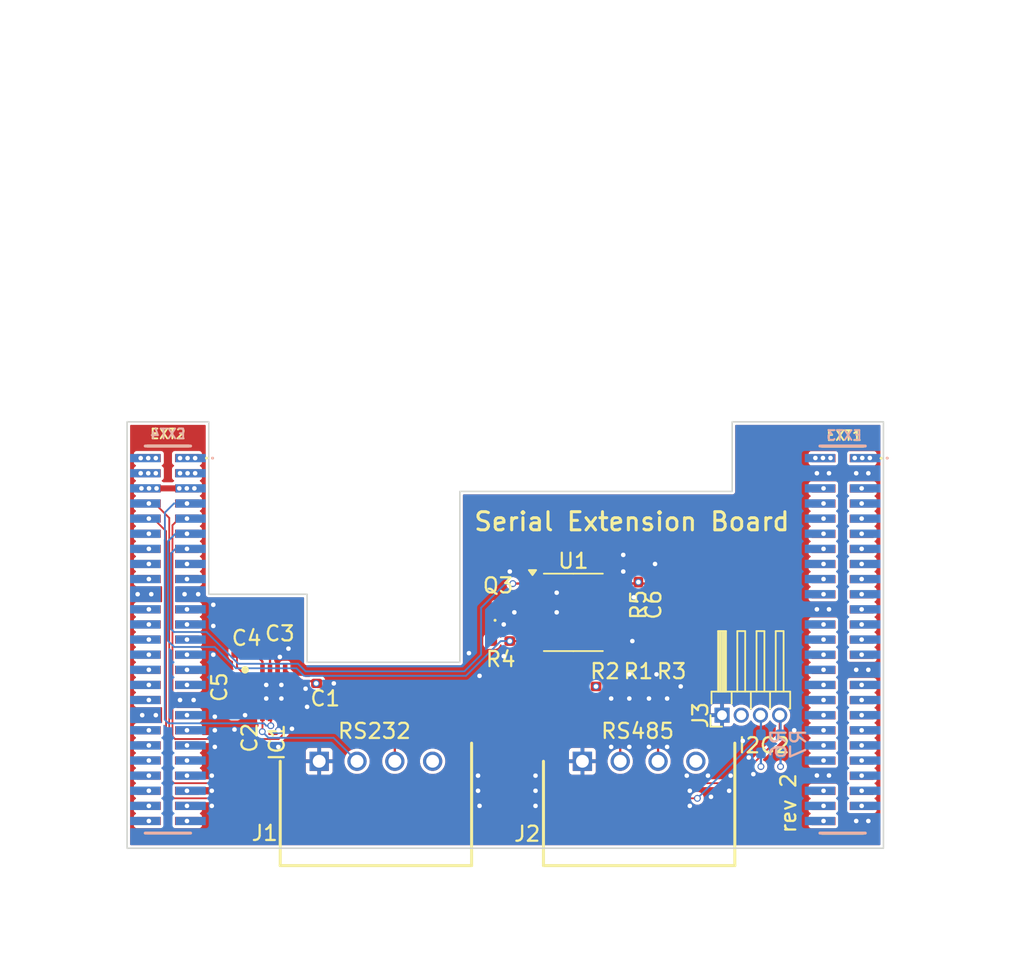
<source format=kicad_pcb>
(kicad_pcb (version 20241229) (generator "pcbnew") (generator_version "9.0")
  (title_block (title "serial-extension") (date "2025-02-20") (rev "2") (company "Institute of Technical Chemistry - Leibniz University Hannover") (comment 1 "JLC04161H-7628"))
  (layers (0 "F.Cu" signal) (4 "In1.Cu" power "GND.Cu") (6 "In2.Cu" power "VCC.Cu") (2 "B.Cu" signal) (13 "F.Paste" user) (15 "B.Paste" user) (5 "F.SilkS" user "F.Silkscreen") (7 "B.SilkS" user "B.Silkscreen") (1 "F.Mask" user) (3 "B.Mask" user) (25 "Edge.Cuts" user))
  (net 0 "")
  (net 1 "/connector/UART_M7.TXD")
  (net 2 "+3V3_SW")
  (net 3 "/connector/GPIO1.IO07{slash}CSI2_CTRL2")
  (net 4 "/connector/PCIe.RXN-")
  (net 5 "/connector/GPIO1.IO14{slash}PCIe_nW_DISABLE")
  (net 6 "/connector/UART3.RXD")
  (net 7 "/connector/GPIO1.IO01{slash}CSI1_CTRL2")
  (net 8 "/connector/I2C4.SDA")
  (net 9 "/connector/GPIO1.IO10{slash}PCIe_nWAKE")
  (net 10 "/connector/UART2.TXD")
  (net 11 "GND")
  (net 12 "/connector/I2C3.SDA")
  (net 13 "/connector/PCIe.TXN+")
  (net 14 "+5V_SW")
  (net 15 "/connector/GPIO1.IO03{slash}CSI1_CTRL3")
  (net 16 "/connector/UART2.RXD")
  (net 17 "/connector/PCIe.CLK-")
  (net 18 "/connector/GPIO1.nETH1_INT{slash}IO15")
  (net 19 "/connector/PCIe.RXN+")
  (net 20 "/connector/I2C3.SCL")
  (net 21 "/connector/GPIO1.IO12{slash}USB1_OTG_PWR")
  (net 22 "Net-(IC1-V-)")
  (net 23 "/connector/PCIe.TXN-")
  (net 24 "/connector/I2C2.SCL")
  (net 25 "/connector/GPIO1.IO09{slash}LVDS1REG_EN")
  (net 26 "/connector/PCIe.CLK+")
  (net 27 "/connector/UART_M7.RXD")
  (net 28 "/connector/GPIO1.IO08{slash}PCIe_nPERST")
  (net 29 "/connector/I2C2.SDA")
  (net 30 "/connector/~{PWR_READY}")
  (net 31 "/connector/GPIO1.IO00{slash}CSI1_CTRL1")
  (net 32 "/connector/GPIO1.IO13{slash}USB1_OTG_OC")
  (net 33 "/connector/GPIO1.IO06{slash}CSI2_CTRL1")
  (net 34 "/connector/I2C4.SCL")
  (net 35 "/connector/GPIO1.IO11{slash}PCIe_nCLKREQ")
  (net 36 "/connector/UART3.TXD")
  (net 37 "/connector/LVDS0.D3+")
  (net 38 "/connector/SD2.CMD")
  (net 39 "/connector/SD1.CLK")
  (net 40 "/connector/SD1.D3")
  (net 41 "/connector/ECSPI1.SCLK")
  (net 42 "/connector/SD1.STROBE")
  (net 43 "/connector/LVDS0.D0+")
  (net 44 "/connector/LVDS0.D2-")
  (net 45 "/connector/ECSPI1.MOSI")
  (net 46 "/connector/SD2.VDD_SW")
  (net 47 "/connector/SD1.D5")
  (net 48 "/connector/ECSPI2.SS0")
  (net 49 "/connector/LVDS0.CLK+")
  (net 50 "/connector/SD2.D1")
  (net 51 "/connector/LVDS0.CLK-")
  (net 52 "/connector/CAN1.TX")
  (net 53 "/connector/CAN1.RX")
  (net 54 "/connector/SD1.D6")
  (net 55 "/connector/SD2.D0")
  (net 56 "/connector/ECSPI2.MOSI")
  (net 57 "/connector/SD1.RESET")
  (net 58 "/connector/SD2.D2")
  (net 59 "/connector/SD2.~{CD}")
  (net 60 "/connector/ECSPI1.MISO")
  (net 61 "/connector/SD1.CMD")
  (net 62 "/connector/CAN1.EN")
  (net 63 "/connector/ECSPI2.MISO")
  (net 64 "/connector/SD2.WP")
  (net 65 "/connector/SD1.D0")
  (net 66 "/connector/SD1.D1")
  (net 67 "/connector/SD1.D2")
  (net 68 "/connector/SD1.D7")
  (net 69 "/connector/LVDS0.D1+")
  (net 70 "/connector/SD2.D3")
  (net 71 "/connector/ECSPI2.SCLK")
  (net 72 "/connector/LVDS0.D3-")
  (net 73 "/connector/LVDS0.D1-")
  (net 74 "/connector/LVDS0.D2+")
  (net 75 "/connector/SD1.D4")
  (net 76 "/connector/SD2.CLK")
  (net 77 "/connector/LVDS0.D0-")
  (net 78 "/connector/ECSPI1.SS0")
  (net 79 "Net-(IC1-V+)")
  (net 80 "Net-(IC1-C1-)")
  (net 81 "Net-(IC1-C1+)")
  (net 82 "Net-(IC1-C2-)")
  (net 83 "Net-(IC1-C2+)")
  (net 84 "/connector/USB_VBUS")
  (net 85 "/connector/USB.TX-")
  (net 86 "/connector/USB.D+")
  (net 87 "/connector/USB.D-")
  (net 88 "/connector/USB.RX-")
  (net 89 "/connector/USB.RX+")
  (net 90 "/connector/USB.TX+")
  (net 92 "/serial/RIN")
  (net 93 "/serial/DOUT")
  (net 94 "Net-(U1-B)")
  (net 95 "Net-(U1-A)")
  (net 96 "Net-(Q3-G)")
  (net 97 "Net-(Q3-D)")
  (net 98 "/connector/~{EXT_RST}")
  (footprint "extras:1MMRD25VS00FTBP" (layer "F.Cu") (at 102.3 98.1 90)
    (property "Reference" "EXT2")
    (property "Value" "1MM-R-D25-VS-00-F-TBP" (hide yes))
  )
  (footprint "extras:C_0402" (layer "F.Cu") (at 112.7 101)
    (property "Reference" "C1")
    (property "Value" "100n")
  )
  (footprint "extras:C_0402" (layer "F.Cu") (at 106.7 103.45 -90)
    (property "Reference" "C2")
    (property "Value" "100n")
  )
  (footprint "extras:C_0402" (layer "F.Cu") (at 109.7 98.7)
    (property "Reference" "C3")
    (property "Value" "100n")
  )
  (footprint "Connector_PinHeader_1.27mm:PinHeader_1x04_P1.27mm_Horizontal" (layer "F.Cu") (at 138.93 103.1 90)
    (property "Reference" "J3")
    (property "Value" "Conn_01x04")
  )
  (footprint "extras:C_0402" (layer "F.Cu") (at 107.4325 99 180)
    (property "Reference" "C4")
    (property "Value" "100n")
  )
  (footprint "extras:R_0402" (layer "F.Cu") (at 131.1975 101.2 180)
    (property "Reference" "R2")
    (property "Value" "10k")
  )
  (footprint "extras:DMN1260UFA7B" (layer "F.Cu") (at 124.125 96.225)
    (property "Reference" "Q3")
    (property "Value" "DMN1260UFA-7B" (hide yes))
  )
  (footprint "extras:QFN50P300X300X100-17N-D" (layer "F.Cu") (at 109.3 101.6)
    (property "Reference" "IC1")
    (property "Value" "TRSF3221EIRGTR" (hide yes))
  )
  (footprint "extras:SHDRRA4W45P0X250_1X4_1240X790X510P" (layer "F.Cu") (at 129.7 106.15 180)
    (property "Reference" "J2")
    (property "Value" "22-05-7045" (hide yes))
  )
  (footprint "extras:1MMRD25VS00FTBP" (layer "F.Cu") (at 146.9 98.11 90)
    (property "Reference" "EXT1")
    (property "Value" "1MM-R-D25-VS-00-F-TBP" (hide yes))
  )
  (footprint "extras:R_0402" (layer "F.Cu") (at 133.4 93.7 -90)
    (property "Reference" "R5")
    (property "Value" "4.7k")
  )
  (footprint "extras:R_0402" (layer "F.Cu") (at 133.3975 101.2 180)
    (property "Reference" "R1")
    (property "Value" "120")
  )
  (footprint "extras:SHDRRA4W45P0X250_1X4_1240X790X510P" (layer "F.Cu") (at 112.3 106.15 180)
    (property "Reference" "J1")
    (property "Value" "22-05-7045" (hide yes))
  )
  (footprint "extras:R_0402" (layer "F.Cu") (at 124.3 98.2)
    (property "Reference" "R4")
    (property "Value" "120")
  )
  (footprint "extras:R_0402" (layer "F.Cu") (at 135.5975 101.2 180)
    (property "Reference" "R3")
    (property "Value" "10k")
  )
  (footprint "extras:C_0402" (layer "F.Cu") (at 134.5 93.7 90)
    (property "Reference" "C6")
    (property "Value" "100n")
  )
  (footprint "extras:C_0402" (layer "F.Cu") (at 106.7 101.25 -90)
    (property "Reference" "C5")
    (property "Value" "100n")
  )
  (footprint "Package_SO:SOIC-8_3.9x4.9mm_P1.27mm" (layer "F.Cu") (at 129.1 96.3)
    (property "Reference" "U1")
    (property "Value" "MAX3485AEASA+")
  )
  (footprint "extras:R_0402" (layer "B.Cu") (at 142.8 105 90)
    (property "Reference" "R7")
    (property "Value" "4.7k")
  )
  (footprint "extras:1MMHUD25VS00FTBP" (layer "B.Cu") (at 102.3 98.1 -90)
    (property "Reference" "EXT4")
    (property "Value" "1MM-HU-D25-VS-00-F-TBP" (hide yes))
  )
  (footprint "extras:R_0402" (layer "B.Cu") (at 141.5 105 90)
    (property "Reference" "R6")
    (property "Value" "4.7k")
  )
  (footprint "extras:1MMHUD25VS00FTBP" (layer "B.Cu") (at 146.9 98.1 -90)
    (property "Reference" "EXT3")
    (property "Value" "1MM-HU-D25-VS-00-F-TBP" (hide yes))
  )
  (gr_poly (pts (xy 99.6 111.9) (xy 99.6 83.7) (xy 105 83.7) (xy 105 95.1) (xy 111.5 95.1) (xy 111.5 99.6) (xy 121.6 99.6) (xy 121.6 88.3) (xy 139.6 88.3) (xy 139.6 83.7) (xy 149.6 83.7) (xy 149.6 111.9)) (stroke (width 0.1)) (fill no) (layer "Edge.Cuts"))
  (gr_text "rev 2" (at 143.9 111 90) (layer "F.SilkS") (effects (font (size 1 1) (thickness 0.15) (bold yes)) (justify left bottom)))
  (gr_text "Serial Extension Board" (at 143.5 91 0) (layer "F.SilkS") (effects (font (size 1.2 1.2) (thickness 0.2) (bold yes)) (justify right bottom)))
  (via (at 103.56 94.1) (size 0.45) (drill 0.3) (layers "F.Cu" "B.Cu") (net 1))
  (segment (start 110.8 100.85) (end 111.9825 100.85) (width 0.15) (layer "F.Cu") (net 2))
  (segment (start 134.3725 94.395) (end 134.5 94.2675) (width 0.15) (layer "F.Cu") (net 2))
  (segment (start 131.575 94.395) (end 134.3725 94.395) (width 0.15) (layer "F.Cu") (net 2))
  (segment (start 130.6 101.2) (end 130.5975 101.2) (width 0.15) (layer "F.Cu") (net 2))
  (segment (start 110.05 100.1) (end 110.8 100.85) (width 0.15) (layer "F.Cu") (net 2))
  (segment (start 133.4 94.2975) (end 133.3025 94.395) (width 0.15) (layer "F.Cu") (net 2))
  (segment (start 111.9825 100.85) (end 112.1325 101) (width 0.15) (layer "F.Cu") (net 2))
  (segment (start 112.1325 101) (end 112.1 101) (width 0.12) (layer "F.Cu") (net 2))
  (segment (start 133.3025 94.395) (end 131.575 94.395) (width 0.15) (layer "F.Cu") (net 2))
  (via (at 101.5 86.1) (size 0.45) (drill 0.3) (layers "F.Cu" "B.Cu") (net 2))
  (via (at 145.6 86.09) (size 0.45) (drill 0.3) (layers "F.Cu" "B.Cu") (net 2))
  (via (at 146.1 86.09) (size 0.45) (drill 0.3) (layers "F.Cu" "B.Cu") (net 2))
  (via (at 148.2 86.09) (size 0.45) (drill 0.3) (layers "F.Cu" "B.Cu") (net 2))
  (via (at 103.1 86.1) (size 0.45) (drill 0.3) (layers "F.Cu" "B.Cu") (net 2))
  (via (at 130.5975 101.2) (size 0.45) (drill 0.3) (layers "F.Cu" "B.Cu") (net 2))
  (via (at 104.1 87.1) (size 0.45) (drill 0.3) (layers "F.Cu" "B.Cu") (net 2))
  (via (at 133.4 94.2975) (size 0.45) (drill 0.3) (layers "F.Cu" "B.Cu") (net 2))
  (via (at 100.5 87.1) (size 0.45) (drill 0.3) (layers "F.Cu" "B.Cu") (net 2))
  (via (at 103.6 87.1) (size 0.45) (drill 0.3) (layers "F.Cu" "B.Cu") (net 2))
  (via (at 101 86.1) (size 0.45) (drill 0.3) (layers "F.Cu" "B.Cu") (net 2))
  (via (at 101 87.1) (size 0.45) (drill 0.3) (layers "F.Cu" "B.Cu") (net 2))
  (via (at 103.6 86.1) (size 0.45) (drill 0.3) (layers "F.Cu" "B.Cu") (net 2))
  (via (at 142.8 106.5) (size 0.45) (drill 0.3) (layers "F.Cu" "B.Cu") (net 2))
  (via (at 141.5 106.5) (size 0.45) (drill 0.3) (layers "F.Cu" "B.Cu") (net 2))
  (via (at 100.5 86.1) (size 0.45) (drill 0.3) (layers "F.Cu" "B.Cu") (net 2))
  (via (at 101.5 87.1) (size 0.45) (drill 0.3) (layers "F.Cu" "B.Cu") (net 2))
  (via (at 147.7 86.09) (size 0.45) (drill 0.3) (layers "F.Cu" "B.Cu") (net 2))
  (via (at 148.7 86.09) (size 0.45) (drill 0.3) (layers "F.Cu" "B.Cu") (net 2))
  (via (at 104.1 86.1) (size 0.45) (drill 0.3) (layers "F.Cu" "B.Cu") (net 2))
  (via (at 112.1 101) (size 0.45) (drill 0.3) (layers "F.Cu" "B.Cu") (net 2))
  (via (at 145.1 86.09) (size 0.45) (drill 0.3) (layers "F.Cu" "B.Cu") (net 2))
  (via (at 103.1 87.1) (size 0.45) (drill 0.3) (layers "F.Cu" "B.Cu") (net 2))
  (segment (start 141.5 105.5975) (end 141.5 106.5) (width 0.15) (layer "B.Cu") (net 2))
  (segment (start 142.8 105.5975) (end 142.8 106.5) (width 0.15) (layer "B.Cu") (net 2))
  (via (at 101.04 100.1) (size 0.45) (drill 0.3) (layers "F.Cu" "B.Cu") (net 3))
  (via (at 101.04 107.1) (size 0.45) (drill 0.3) (layers "F.Cu" "B.Cu") (net 4))
  (via (at 103.56 96.1) (size 0.45) (drill 0.3) (layers "F.Cu" "B.Cu") (net 5))
  (segment (start 125.105 94.395) (end 125.1 94.4) (width 0.15) (layer "F.Cu") (net 6))
  (segment (start 126.625 94.395) (end 125.105 94.395) (width 0.15) (layer "F.Cu") (net 6))
  (via (at 103.56 92.1) (size 0.45) (drill 0.3) (layers "F.Cu" "B.Cu") (net 6))
  (via (at 125.1 94.4) (size 0.45) (drill 0.3) (layers "F.Cu" "B.Cu") (net 6))
  (segment (start 125.1 94.4) (end 124.6 94.4) (width 0.12) (layer "B.Cu") (net 6))
  (segment (start 102.51 92.39) (end 102.8 92.1) (width 0.12) (layer "B.Cu") (net 6))
  (segment (start 124.6 94.4) (end 123 96) (width 0.12) (layer "B.Cu") (net 6))
  (segment (start 104.85 97.6) (end 102.7 97.6) (width 0.12) (layer "B.Cu") (net 6))
  (segment (start 123 99.1) (end 121.9 100.2) (width 0.12) (layer "B.Cu") (net 6))
  (segment (start 121.9 100.2) (end 111.4 100.2) (width 0.12) (layer "B.Cu") (net 6))
  (segment (start 102.7 97.6) (end 102.51 97.41) (width 0.12) (layer "B.Cu") (net 6))
  (segment (start 102.51 97.41) (end 102.51 92.39) (width 0.12) (layer "B.Cu") (net 6))
  (segment (start 123 96) (end 123 99.1) (width 0.12) (layer "B.Cu") (net 6))
  (segment (start 111.4 100.2) (end 110.9 99.7) (width 0.12) (layer "B.Cu") (net 6))
  (segment (start 102.8 92.1) (end 103.8 92.1) (width 0.12) (layer "B.Cu") (net 6))
  (segment (start 106.95 99.7) (end 104.85 97.6) (width 0.12) (layer "B.Cu") (net 6))
  (segment (start 110.9 99.7) (end 106.95 99.7) (width 0.12) (layer "B.Cu") (net 6))
  (via (at 101.04 102.1) (size 0.45) (drill 0.3) (layers "F.Cu" "B.Cu") (net 7))
  (via (at 101.04 94.1) (size 0.45) (drill 0.3) (layers "F.Cu" "B.Cu") (net 8))
  (via (at 103.56 98.1) (size 0.45) (drill 0.3) (layers "F.Cu" "B.Cu") (net 9))
  (segment (start 102.6 90.54) (end 102.6 104.502) (width 0.12) (layer "F.Cu") (net 10))
  (segment (start 102.777 104.679) (end 109.621 104.679) (width 0.12) (layer "F.Cu") (net 10))
  (segment (start 109.621 104.679) (end 110.05 104.25) (width 0.12) (layer "F.Cu") (net 10))
  (segment (start 103.04 90.1) (end 102.6 90.54) (width 0.12) (layer "F.Cu") (net 10))
  (segment (start 110.05 104.25) (end 110.05 103.1) (width 0.12) (layer "F.Cu") (net 10))
  (segment (start 102.6 104.502) (end 102.777 104.679) (width 0.12) (layer "F.Cu") (net 10))
  (segment (start 103.56 90.1) (end 103.04 90.1) (width 0.12) (layer "F.Cu") (net 10))
  (via (at 103.56 90.1) (size 0.45) (drill 0.3) (layers "F.Cu" "B.Cu") (net 10))
  (segment (start 131.575 98.205) (end 132.995 98.205) (width 0.15) (layer "F.Cu") (net 11))
  (segment (start 109.55 99.4) (end 109.7 99.25) (width 0.15) (layer "F.Cu") (net 11))
  (segment (start 132.995 98.205) (end 133 98.2) (width 0.15) (layer "F.Cu") (net 11))
  (segment (start 124.3 96.5) (end 124.3 96.9) (width 0.12) (layer "F.Cu") (net 11))
  (segment (start 111.3 102.35) (end 111.5 102.55) (width 0.15) (layer "F.Cu") (net 11))
  (segment (start 134.5 93.1325) (end 134.5 93.1) (width 0.15) (layer "F.Cu") (net 11))
  (segment (start 110.8 102.35) (end 111.3 102.35) (width 0.15) (layer "F.Cu") (net 11))
  (segment (start 106.7 104.0175) (end 106.7 104.05) (width 0.15) (layer "F.Cu") (net 11))
  (segment (start 111.4 101.35) (end 110.8 101.35) (width 0.15) (layer "F.Cu") (net 11))
  (segment (start 109.55 100.1) (end 109.55 99.4) (width 0.15) (layer "F.Cu") (net 11))
  (segment (start 136.195 101.2) (end 136.1975 101.2) (width 0.15) (layer "F.Cu") (net 11))
  (segment (start 124.3 96.9) (end 124.5 97.1) (width 0.12) (layer "F.Cu") (net 11))
  (via (at 135.3 105.2) (size 0.45) (drill 0.3) (layers "F.Cu" "B.Cu") (net 11))
  (via (at 136.8 108.1) (size 0.45) (drill 0.3) (layers "F.Cu" "B.Cu") (net 11))
  (via (at 135.3 102) (size 0.45) (drill 0.3) (layers "F.Cu" "B.Cu") (net 11))
  (via (at 101.2 95.1) (size 0.45) (drill 0.3) (layers "F.Cu" "B.Cu") (net 11))
  (via (at 148.6 87.1) (size 0.45) (drill 0.3) (layers "F.Cu" "B.Cu") (net 11))
  (via (at 136.1975 101.2) (size 0.45) (drill 0.3) (layers "F.Cu" "B.Cu") (net 11))
  (via (at 128 95) (size 0.45) (drill 0.3) (layers "F.Cu" "B.Cu") (net 11))
  (via (at 145.2 87.1) (size 0.45) (drill 0.3) (layers "F.Cu" "B.Cu") (net 11))
  (via (at 133 98.2) (size 0.45) (drill 0.3) (layers "F.Cu" "B.Cu") (net 11))
  (via (at 111.5 102.55) (size 0.45) (drill 0.3) (layers "F.Cu" "B.Cu") (net 11))
  (via (at 140.7 105.9) (size 0.45) (drill 0.3) (layers "F.Cu" "B.Cu") (net 11))
  (via (at 132.8 105.2) (size 0.45) (drill 0.3) (layers "F.Cu" "B.Cu") (net 11))
  (via (at 109.7 99.25) (size 0.45) (drill 0.3) (layers "F.Cu" "B.Cu") (net 11))
  (via (at 100.6 103.1) (size 0.45) (drill 0.3) (layers "F.Cu" "B.Cu") (net 11))
  (via (at 105.2 107.1) (size 0.45) (drill 0.3) (layers "F.Cu" "B.Cu") (net 11))
  (via (at 122.9 100.5) (size 0.45) (drill 0.3) (layers "F.Cu" "B.Cu") (net 11))
  (via (at 134.1 105.2) (size 0.45) (drill 0.3) (layers "F.Cu" "B.Cu") (net 11))
  (via (at 148.6 110.1) (size 0.45) (drill 0.3) (layers "F.Cu" "B.Cu") (net 11))
  (via (at 103.1 102.1) (size 0.45) (drill 0.3) (layers "F.Cu" "B.Cu") (net 11))
  (via (at 110.5 104) (size 0.45) (drill 0.3) (layers "F.Cu" "B.Cu") (net 11))
  (via (at 132.4 92.5) (size 0.45) (drill 0.3) (layers "F.Cu" "B.Cu") (net 11))
  (via (at 136.6 107.1) (size 0.45) (drill 0.3) (layers "F.Cu" "B.Cu") (net 11))
  (via (at 110.2675 98.7) (size 0.45) (drill 0.3) (layers "F.Cu" "B.Cu") (net 11))
  (via (at 147.8 100.1) (size 0.45) (drill 0.3) (layers "F.Cu" "B.Cu") (net 11))
  (via (at 134.5 93.1) (size 0.45) (drill 0.3) (layers "F.Cu" "B.Cu") (net 11))
  (via (at 132.8 100.4) (size 0.45) (drill 0.3) (layers "F.Cu" "B.Cu") (net 11))
  (via (at 128 96.3) (size 0.45) (drill 0.3) (layers "F.Cu" "B.Cu") (net 11))
  (via (at 108.8 102) (size 0.45) (drill 0.3) (layers "F.Cu" "B.Cu") (net 11))
  (via (at 104 102.1) (size 0.45) (drill 0.3) (layers "F.Cu" "B.Cu") (net 11))
  (via (at 145.2 96.1) (size 0.45) (drill 0.3) (layers "F.Cu" "B.Cu") (net 11))
  (via (at 100.3 95.1) (size 0.45) (drill 0.3) (layers "F.Cu" "B.Cu") (net 11))
  (via (at 105.3 95.8) (size 0.45) (drill 0.3) (layers "F.Cu" "B.Cu") (net 11))
  (via (at 122.9 109.1) (size 0.45) (drill 0.3) (layers "F.Cu" "B.Cu") (net 11))
  (via (at 145.2 107.09) (size 0.45) (drill 0.3) (layers "F.Cu" "B.Cu") (net 11))
  (via (at 146 96.1) (size 0.45) (drill 0.3) (layers "F.Cu" "B.Cu") (net 11))
  (via (at 103.4 95.1) (size 0.45) (drill 0.3) (layers "F.Cu" "B.Cu") (net 11))
  (via (at 111.4 101.35) (size 0.45) (drill 0.3) (layers "F.Cu" "B.Cu") (net 11))
  (via (at 109.6 105.2) (size 0.45) (drill 0.3) (layers "F.Cu" "B.Cu") (net 11))
  (via (at 109.8 102) (size 0.45) (drill 0.3) (layers "F.Cu" "B.Cu") (net 11))
  (via (at 105.3 99.1) (size 0.45) (drill 0.3) (layers "F.Cu" "B.Cu") (net 11))
  (via (at 131.6 102) (size 0.45) (drill 0.3) (layers "F.Cu" "B.Cu") (net 11))
  (via (at 138 107.1) (size 0.45) (drill 0.3) (layers "F.Cu" "B.Cu") (net 11))
  (via (at 104.3 95.1) (size 0.45) (drill 0.3) (layers "F.Cu" "B.Cu") (net 11))
  (via (at 126.6 108.1) (size 0.45) (drill 0.3) (layers "F.Cu" "B.Cu") (net 11))
  (via (at 105.3 97.2) (size 0.45) (drill 0.3) (layers "F.Cu" "B.Cu") (net 11))
  (via (at 113.2675 101) (size 0.45) (drill 0.3) (layers "F.Cu" "B.Cu") (net 11))
  (via (at 122.8 108.1) (size 0.45) (drill 0.3) (layers "F.Cu" "B.Cu") (net 11))
  (via (at 124.5 99.2) (size 0.45) (drill 0.3) (layers "F.Cu" "B.Cu") (net 11))
  (via (at 138.2 108.5) (size 0.45) (drill 0.3) (layers "F.Cu" "B.Cu") (net 11))
  (via (at 109.8 101.1) (size 0.45) (drill 0.3) (layers "F.Cu" "B.Cu") (net 11))
  (via (at 105.4 103.2) (size 0.45) (drill 0.3) (layers "F.Cu" "B.Cu") (net 11))
  (via (at 134.1 102) (size 0.45) (drill 0.3) (layers "F.Cu" "B.Cu") (net 11))
  (via (at 147.8 110.1) (size 0.45) (drill 0.3) (layers "F.Cu" "B.Cu") (net 11))
  (via (at 101.5 103.1) (size 0.45) (drill 0.3) (layers "F.Cu" "B.Cu") (net 11))
  (via (at 124.9 93.6) (size 0.45) (drill 0.3) (layers "F.Cu" "B.Cu") (net 11))
  (via (at 147.8 87.1) (size 0.45) (drill 0.3) (layers "F.Cu" "B.Cu") (net 11))
  (via (at 139.4 108.1) (size 0.45) (drill 0.3) (layers "F.Cu" "B.Cu") (net 11))
  (via (at 126.6 109.1) (size 0.45) (drill 0.3) (layers "F.Cu" "B.Cu") (net 11))
  (via (at 136.8 109.1) (size 0.45) (drill 0.3) (layers "F.Cu" "B.Cu") (net 11))
  (via (at 107.4 103.1) (size 0.45) (drill 0.3) (layers "F.Cu" "B.Cu") (net 11))
  (via (at 108.8 101.1) (size 0.45) (drill 0.3) (layers "F.Cu" "B.Cu") (net 11))
  (via (at 105.4 105.2) (size 0.45) (drill 0.3) (layers "F.Cu" "B.Cu") (net 11))
  (via (at 133.1 95.3) (size 0.45) (drill 0.3) (layers "F.Cu" "B.Cu") (net 11))
  (via (at 122.8 107.1) (size 0.45) (drill 0.3) (layers "F.Cu" "B.Cu") (net 11))
  (via (at 105.2 109.1) (size 0.45) (drill 0.3) (layers "F.Cu" "B.Cu") (net 11))
  (via (at 143.7 104.1) (size 0.45) (drill 0.3) (layers "F.Cu" "B.Cu") (net 11))
  (via (at 124.5 97.1) (size 0.45) (drill 0.3) (layers "F.Cu" "B.Cu") (net 11))
  (via (at 134.6 100.4) (size 0.45) (drill 0.3) (layers "F.Cu" "B.Cu") (net 11))
  (via (at 125.2 96.3) (size 0.45) (drill 0.3) (layers "F.Cu" "B.Cu") (net 11))
  (via (at 106.7 104.05) (size 0.45) (drill 0.3) (layers "F.Cu" "B.Cu") (net 11))
  (via (at 105.4 104.1) (size 0.45) (drill 0.3) (layers "F.Cu" "B.Cu") (net 11))
  (via (at 146 107.09) (size 0.45) (drill 0.3) (layers "F.Cu" "B.Cu") (net 11))
  (via (at 131.6 105.2) (size 0.45) (drill 0.3) (layers "F.Cu" "B.Cu") (net 11))
  (via (at 132.8 102) (size 0.45) (drill 0.3) (layers "F.Cu" "B.Cu") (net 11))
  (via (at 126.6 107.1) (size 0.45) (drill 0.3) (layers "F.Cu" "B.Cu") (net 11))
  (via (at 105.2 108.1) (size 0.45) (drill 0.3) (layers "F.Cu" "B.Cu") (net 11))
  (via (at 122.2 99) (size 0.45) (drill 0.3) (layers "F.Cu" "B.Cu") (net 11))
  (via (at 141 107) (size 0.45) (drill 0.3) (layers "F.Cu" "B.Cu") (net 11))
  (via (at 139.5 107.1) (size 0.45) (drill 0.3) (layers "F.Cu" "B.Cu") (net 11))
  (via (at 109.612925 104.094746) (size 0.45) (drill 0.3) (layers "F.Cu" "B.Cu") (net 11))
  (via (at 146 87.1) (size 0.45) (drill 0.3) (layers "F.Cu" "B.Cu") (net 11))
  (via (at 132.4 93.6) (size 0.45) (drill 0.3) (layers "F.Cu" "B.Cu") (net 11))
  (via (at 148.6 100.1) (size 0.45) (drill 0.3) (layers "F.Cu" "B.Cu") (net 11))
  (via (at 140.3 104.8) (size 0.45) (drill 0.3) (layers "F.Cu" "B.Cu") (net 11))
  (via (at 101.04 92.1) (size 0.45) (drill 0.3) (layers "F.Cu" "B.Cu") (net 12))
  (via (at 101.04 108.1) (size 0.45) (drill 0.3) (layers "F.Cu" "B.Cu") (net 13))
  (segment (start 101.04 88.1) (end 103.56 88.1) (width 0.4) (layer "F.Cu") (net 14))
  (via (at 101.05 88.1) (size 0.45) (drill 0.3) (layers "F.Cu" "B.Cu") (net 14))
  (via (at 100.55 88.1) (size 0.45) (drill 0.3) (layers "F.Cu" "B.Cu") (net 14))
  (via (at 103.05 88.1) (size 0.45) (drill 0.3) (layers "F.Cu" "B.Cu") (net 14))
  (via (at 104.05 88.1) (size 0.45) (drill 0.3) (layers "F.Cu" "B.Cu") (net 14))
  (via (at 103.55 88.1) (size 0.45) (drill 0.3) (layers "F.Cu" "B.Cu") (net 14))
  (via (at 101.55 88.1) (size 0.45) (drill 0.3) (layers "F.Cu" "B.Cu") (net 14))
  (via (at 101.04 101.1) (size 0.45) (drill 0.3) (layers "F.Cu" "B.Cu") (net 15))
  (segment (start 109.1 103.15) (end 109.05 103.1) (width 0.12) (layer "F.Cu") (net 16))
  (segment (start 109.1 103.8) (end 109.1 103.15) (width 0.12) (layer "F.Cu") (net 16))
  (via (at 103.56 89.1) (size 0.45) (drill 0.3) (layers "F.Cu" "B.Cu") (net 16))
  (via (at 109.1 103.8) (size 0.45) (drill 0.3) (layers "F.Cu" "B.Cu") (net 16))
  (segment (start 102.1 89.7) (end 102.1 91.501601) (width 0.12) (layer "B.Cu") (net 16))
  (segment (start 102.09 103.39) (end 102.339 103.639) (width 0.12) (layer "B.Cu") (net 16))
  (segment (start 102.09 91.511601) (end 102.09 103.39) (width 0.12) (layer "B.Cu") (net 16))
  (segment (start 108.8 103.8) (end 109.1 103.8) (width 0.12) (layer "B.Cu") (net 16))
  (segment (start 102.1 91.501601) (end 102.09 91.511601) (width 0.12) (layer "B.Cu") (net 16))
  (segment (start 102.339 103.639) (end 108.639 103.639) (width 0.12) (layer "B.Cu") (net 16))
  (segment (start 108.639 103.639) (end 108.8 103.8) (width 0.12) (layer "B.Cu") (net 16))
  (segment (start 102.7 89.1) (end 102.1 89.7) (width 0.12) (layer "B.Cu") (net 16))
  (segment (start 103.8 89.1) (end 102.7 89.1) (width 0.12) (layer "B.Cu") (net 16))
  (via (at 101.04 105.1) (size 0.45) (drill 0.3) (layers "F.Cu" "B.Cu") (net 17))
  (via (at 101.04 96.1) (size 0.45) (drill 0.3) (layers "F.Cu" "B.Cu") (net 18))
  (via (at 101.04 106.1) (size 0.45) (drill 0.3) (layers "F.Cu" "B.Cu") (net 19))
  (via (at 101.04 91.1) (size 0.45) (drill 0.3) (layers "F.Cu" "B.Cu") (net 20))
  (via (at 103.56 97.1) (size 0.45) (drill 0.3) (layers "F.Cu" "B.Cu") (net 21))
  (segment (start 107.2325 102.35) (end 106.7 102.8825) (width 0.15) (layer "F.Cu") (net 22))
  (segment (start 107.8 102.35) (end 107.2325 102.35) (width 0.15) (layer "F.Cu") (net 22))
  (via (at 101.04 109.1) (size 0.45) (drill 0.3) (layers "F.Cu" "B.Cu") (net 23))
  (segment (start 101.432 89.1) (end 102.389 90.057) (width 0.12) (layer "F.Cu") (net 24))
  (segment (start 101.04 89.1) (end 101.432 89.1) (width 0.12) (layer "F.Cu") (net 24))
  (segment (start 102.698 107.6) (end 139.7 107.6) (width 0.12) (layer "F.Cu") (net 24))
  (segment (start 142.74 104.56) (end 142.74 103.1) (width 0.12) (layer "F.Cu") (net 24))
  (segment (start 102.389 107.291) (end 102.698 107.6) (width 0.12) (layer "F.Cu") (net 24))
  (segment (start 139.7 107.6) (end 142.74 104.56) (width 0.12) (layer "F.Cu") (net 24))
  (segment (start 102.389 90.057) (end 102.389 107.291) (width 0.12) (layer "F.Cu") (net 24))
  (via (at 101.04 89.1) (size 0.45) (drill 0.3) (layers "F.Cu" "B.Cu") (net 24))
  (segment (start 142.8 103.16) (end 142.74 103.1) (width 0.15) (layer "B.Cu") (net 24))
  (segment (start 142.8 104.4025) (end 142.8 103.16) (width 0.15) (layer "B.Cu") (net 24))
  (via (at 101.04 99.1) (size 0.45) (drill 0.3) (layers "F.Cu" "B.Cu") (net 25))
  (via (at 101.04 104.1) (size 0.45) (drill 0.3) (layers "F.Cu" "B.Cu") (net 26))
  (via (at 103.56 93.1) (size 0.45) (drill 0.3) (layers "F.Cu" "B.Cu") (net 27))
  (via (at 103.56 99.1) (size 0.45) (drill 0.3) (layers "F.Cu" "B.Cu") (net 28))
  (segment (start 137.3 108.6) (end 102.698 108.6) (width 0.12) (layer "F.Cu") (net 29))
  (segment (start 102.698 108.6) (end 102.178 108.08) (width 0.12) (layer "F.Cu") (net 29))
  (segment (start 101.345621 90.1) (end 101.04 90.1) (width 0.12) (layer "F.Cu") (net 29))
  (segment (start 102.178 108.08) (end 102.178 90.932379) (width 0.12) (layer "F.Cu") (net 29))
  (segment (start 102.178 90.932379) (end 101.345621 90.1) (width 0.12) (layer "F.Cu") (net 29))
  (via (at 101.04 90.1) (size 0.45) (drill 0.3) (layers "F.Cu" "B.Cu") (net 29))
  (via (at 137.3 108.6) (size 0.45) (drill 0.3) (layers "F.Cu" "B.Cu") (net 29))
  (segment (start 137.3 108.6) (end 137.8975 108.0025) (width 0.12) (layer "B.Cu") (net 29))
  (segment (start 137.8975 108.0025) (end 137.9 108.0025) (width 0.12) (layer "B.Cu") (net 29))
  (segment (start 141.5 103.13) (end 141.47 103.1) (width 0.15) (layer "B.Cu") (net 29))
  (segment (start 141.5 104.4025) (end 141.5 103.13) (width 0.15) (layer "B.Cu") (net 29))
  (segment (start 137.9 108.0025) (end 141.5 104.4025) (width 0.12) (layer "B.Cu") (net 29))
  (via (at 101.04 110.1) (size 0.45) (drill 0.3) (layers "F.Cu" "B.Cu") (net 30))
  (via (at 103.56 101.1) (size 0.45) (drill 0.3) (layers "F.Cu" "B.Cu") (net 31))
  (via (at 101.04 97.1) (size 0.45) (drill 0.3) (layers "F.Cu" "B.Cu") (net 32))
  (via (at 103.56 100.1) (size 0.45) (drill 0.3) (layers "F.Cu" "B.Cu") (net 33))
  (via (at 101.04 93.1) (size 0.45) (drill 0.3) (layers "F.Cu" "B.Cu") (net 34))
  (via (at 101.04 98.1) (size 0.45) (drill 0.3) (layers "F.Cu" "B.Cu") (net 35))
  (segment (start 124.9 98.2) (end 126.62 98.2) (width 0.15) (layer "F.Cu") (net 36))
  (segment (start 126.62 98.2) (end 126.625 98.205) (width 0.15) (layer "F.Cu") (net 36))
  (segment (start 124.8975 98.2) (end 124.9 98.2) (width 0.15) (layer "F.Cu") (net 36))
  (via (at 103.56 91.1) (size 0.45) (drill 0.3) (layers "F.Cu" "B.Cu") (net 36))
  (via (at 124.9 98.2) (size 0.45) (drill 0.3) (layers "F.Cu" "B.Cu") (net 36))
  (segment (start 102.715 98.59) (end 102.3 98.175) (width 0.12) (layer "B.Cu") (net 36))
  (segment (start 105.39 98.59) (end 102.715 98.59) (width 0.12) (layer "B.Cu") (net 36))
  (segment (start 106.8 100) (end 105.39 98.59) (width 0.12) (layer "B.Cu") (net 36))
  (segment (start 102.3 91.6) (end 102.8 91.1) (width 0.12) (layer "B.Cu") (net 36))
  (segment (start 111.3 100.5) (end 110.8 100) (width 0.12) (layer "B.Cu") (net 36))
  (segment (start 124.9 98.2) (end 124.3 98.2) (width 0.12) (layer "B.Cu") (net 36))
  (segment (start 102.3 98.175) (end 102.3 91.6) (width 0.12) (layer "B.Cu") (net 36))
  (segment (start 102.8 91.1) (end 103.8 91.1) (width 0.12) (layer "B.Cu") (net 36))
  (segment (start 122 100.5) (end 111.3 100.5) (width 0.12) (layer "B.Cu") (net 36))
  (segment (start 124.3 98.2) (end 122 100.5) (width 0.12) (layer "B.Cu") (net 36))
  (segment (start 110.8 100) (end 106.8 100) (width 0.12) (layer "B.Cu") (net 36))
  (via (at 145.64 97.1) (size 0.45) (drill 0.3) (layers "F.Cu" "B.Cu") (net 37))
  (via (at 148.16 106.1) (size 0.45) (drill 0.3) (layers "F.Cu" "B.Cu") (net 38))
  (via (at 148.16 96.1) (size 0.45) (drill 0.3) (layers "F.Cu" "B.Cu") (net 39))
  (via (at 148.16 92.1) (size 0.45) (drill 0.3) (layers "F.Cu" "B.Cu") (net 40))
  (via (at 145.64 92.1) (size 0.45) (drill 0.3) (layers "F.Cu" "B.Cu") (net 41))
  (via (at 148.16 97.1) (size 0.45) (drill 0.3) (layers "F.Cu" "B.Cu") (net 42))
  (via (at 145.64 105.1) (size 0.45) (drill 0.3) (layers "F.Cu" "B.Cu") (net 43))
  (via (at 145.64 100.1) (size 0.45) (drill 0.3) (layers "F.Cu" "B.Cu") (net 44))
  (via (at 145.64 94.1) (size 0.45) (drill 0.3) (layers "F.Cu" "B.Cu") (net 45))
  (via (at 148.16 109.1) (size 0.45) (drill 0.3) (layers "F.Cu" "B.Cu") (net 46))
  (via (at 148.16 90.1) (size 0.45) (drill 0.3) (layers "F.Cu" "B.Cu") (net 47))
  (via (at 145.64 91.1) (size 0.45) (drill 0.3) (layers "F.Cu" "B.Cu") (net 48))
  (via (at 145.64 101.1) (size 0.45) (drill 0.3) (layers "F.Cu" "B.Cu") (net 49))
  (via (at 148.16 103.1) (size 0.45) (drill 0.3) (layers "F.Cu" "B.Cu") (net 50))
  (via (at 145.64 102.1) (size 0.45) (drill 0.3) (layers "F.Cu" "B.Cu") (net 51))
  (via (at 145.64 109.1) (size 0.45) (drill 0.3) (layers "F.Cu" "B.Cu") (net 52))
  (via (at 145.64 110.1) (size 0.45) (drill 0.3) (layers "F.Cu" "B.Cu") (net 53))
  (via (at 148.16 89.1) (size 0.45) (drill 0.3) (layers "F.Cu" "B.Cu") (net 54))
  (via (at 148.16 104.1) (size 0.45) (drill 0.3) (layers "F.Cu" "B.Cu") (net 55))
  (via (at 145.64 90.1) (size 0.45) (drill 0.3) (layers "F.Cu" "B.Cu") (net 56))
  (via (at 148.16 99.1) (size 0.45) (drill 0.3) (layers "F.Cu" "B.Cu") (net 57))
  (via (at 148.16 102.1) (size 0.45) (drill 0.3) (layers "F.Cu" "B.Cu") (net 58))
  (via (at 148.16 108.1) (size 0.45) (drill 0.3) (layers "F.Cu" "B.Cu") (net 59))
  (via (at 145.64 93.1) (size 0.45) (drill 0.3) (layers "F.Cu" "B.Cu") (net 60))
  (via (at 148.16 98.1) (size 0.45) (drill 0.3) (layers "F.Cu" "B.Cu") (net 61))
  (via (at 145.64 108.1) (size 0.45) (drill 0.3) (layers "F.Cu" "B.Cu") (net 62))
  (via (at 145.64 89.1) (size 0.45) (drill 0.3) (layers "F.Cu" "B.Cu") (net 63))
  (via (at 148.16 107.1) (size 0.45) (drill 0.3) (layers "F.Cu" "B.Cu") (net 64))
  (via (at 148.16 95.1) (size 0.45) (drill 0.3) (layers "F.Cu" "B.Cu") (net 65))
  (via (at 148.16 94.1) (size 0.45) (drill 0.3) (layers "F.Cu" "B.Cu") (net 66))
  (via (at 148.16 93.1) (size 0.45) (drill 0.3) (layers "F.Cu" "B.Cu") (net 67))
  (via (at 148.16 88.1) (size 0.45) (drill 0.3) (layers "F.Cu" "B.Cu") (net 68))
  (via (at 145.64 103.1) (size 0.45) (drill 0.3) (layers "F.Cu" "B.Cu") (net 69))
  (via (at 148.16 101.1) (size 0.45) (drill 0.3) (layers "F.Cu" "B.Cu") (net 70))
  (via (at 145.64 88.1) (size 0.45) (drill 0.3) (layers "F.Cu" "B.Cu") (net 71))
  (via (at 145.64 98.1) (size 0.45) (drill 0.3) (layers "F.Cu" "B.Cu") (net 72))
  (via (at 145.64 104.1) (size 0.45) (drill 0.3) (layers "F.Cu" "B.Cu") (net 73))
  (via (at 145.64 99.1) (size 0.45) (drill 0.3) (layers "F.Cu" "B.Cu") (net 74))
  (via (at 148.16 91.1) (size 0.45) (drill 0.3) (layers "F.Cu" "B.Cu") (net 75))
  (via (at 148.16 105.1) (size 0.45) (drill 0.3) (layers "F.Cu" "B.Cu") (net 76))
  (via (at 145.64 106.1) (size 0.45) (drill 0.3) (layers "F.Cu" "B.Cu") (net 77))
  (via (at 145.64 95.1) (size 0.45) (drill 0.3) (layers "F.Cu" "B.Cu") (net 78))
  (segment (start 109.05 100.1) (end 109.05 98.7825) (width 0.15) (layer "F.Cu") (net 79))
  (segment (start 109.05 98.7825) (end 109.1325 98.7) (width 0.15) (layer "F.Cu") (net 79))
  (segment (start 106.865 99) (end 106.865 99.915) (width 0.12) (layer "F.Cu") (net 80))
  (segment (start 106.865 99.915) (end 107.8 100.85) (width 0.12) (layer "F.Cu") (net 80))
  (segment (start 108.55 99.55) (end 108 99) (width 0.15) (layer "F.Cu") (net 81))
  (segment (start 108.55 100.1) (end 108.55 99.55) (width 0.15) (layer "F.Cu") (net 81))
  (segment (start 107.8 101.85) (end 106.7325 101.85) (width 0.15) (layer "F.Cu") (net 82))
  (segment (start 106.7325 101.85) (end 106.7 101.8175) (width 0.15) (layer "F.Cu") (net 82))
  (segment (start 107.8 101.35) (end 107.3675 101.35) (width 0.15) (layer "F.Cu") (net 83))
  (segment (start 107.3675 101.35) (end 106.7 100.6825) (width 0.15) (layer "F.Cu") (net 83))
  (via (at 103.56 103.1) (size 0.45) (drill 0.3) (layers "F.Cu" "B.Cu") (net 84))
  (via (at 103.56 106.1) (size 0.45) (drill 0.3) (layers "F.Cu" "B.Cu") (net 85))
  (via (at 103.56 105.1) (size 0.45) (drill 0.3) (layers "F.Cu" "B.Cu") (net 86))
  (via (at 103.56 104.1) (size 0.45) (drill 0.3) (layers "F.Cu" "B.Cu") (net 87))
  (via (at 103.56 108.1) (size 0.45) (drill 0.3) (layers "F.Cu" "B.Cu") (net 88))
  (via (at 103.56 109.1) (size 0.45) (drill 0.3) (layers "F.Cu" "B.Cu") (net 89))
  (via (at 103.56 107.1) (size 0.45) (drill 0.3) (layers "F.Cu" "B.Cu") (net 90))
  (segment (start 108.55 104.176991) (end 108.536368 104.190623) (width 0.12) (layer "F.Cu") (net 92))
  (segment (start 108.55 103.75) (end 108.55 104.176991) (width 0.12) (layer "F.Cu") (net 92))
  (segment (start 108.55 103.75) (end 108.55 103.1) (width 0.12) (layer "F.Cu") (net 92))
  (via (at 108.536368 104.190623) (size 0.45) (drill 0.3) (layers "F.Cu" "B.Cu") (net 92))
  (segment (start 113.25 104.6) (end 114.8 106.15) (width 0.12) (layer "B.Cu") (net 92))
  (segment (start 108.536368 104.190623) (end 108.945745 104.6) (width 0.12) (layer "B.Cu") (net 92))
  (segment (start 108.945745 104.6) (end 113.25 104.6) (width 0.12) (layer "B.Cu") (net 92))
  (segment (start 117.3 105.9) (end 117.3 104.5) (width 0.15) (layer "F.Cu") (net 93))
  (segment (start 117.3 104.5) (end 114.65 101.85) (width 0.15) (layer "F.Cu") (net 93))
  (segment (start 114.65 101.85) (end 110.8 101.85) (width 0.15) (layer "F.Cu") (net 93))
  (segment (start 134.7 105.9) (end 134.7 101.905) (width 0.15) (layer "F.Cu") (net 94))
  (segment (start 134.7 101.905) (end 133.995 101.2) (width 0.15) (layer "F.Cu") (net 94))
  (segment (start 133.995 101.2) (end 133.995 97.110001) (width 0.15) (layer "F.Cu") (net 94))
  (segment (start 135 101.2) (end 133.995 101.2) (width 0.15) (layer "F.Cu") (net 94))
  (segment (start 132.549999 95.665) (end 131.575 95.665) (width 0.15) (layer "F.Cu") (net 94))
  (segment (start 133.995 97.110001) (end 132.549999 95.665) (width 0.15) (layer "F.Cu") (net 94))
  (segment (start 132.2 101.8) (end 132.8 101.2) (width 0.15) (layer "F.Cu") (net 95))
  (segment (start 132.2 105.9) (end 132.2 101.8) (width 0.15) (layer "F.Cu") (net 95))
  (segment (start 132.8 101.2) (end 133.505 100.495) (width 0.15) (layer "F.Cu") (net 95))
  (segment (start 132.549999 96.935) (end 131.575 96.935) (width 0.15) (layer "F.Cu") (net 95))
  (segment (start 133.505 100.495) (end 133.505 97.890001) (width 0.15) (layer "F.Cu") (net 95))
  (segment (start 131.795 101.2) (end 132.8 101.2) (width 0.15) (layer "F.Cu") (net 95))
  (segment (start 133.505 97.890001) (end 132.549999 96.935) (width 0.15) (layer "F.Cu") (net 95))
  (segment (start 123.95 97.9525) (end 123.7025 98.2) (width 0.15) (layer "F.Cu") (net 96))
  (segment (start 123.95 96.5) (end 123.95 97.9525) (width 0.15) (layer "F.Cu") (net 96))
  (segment (start 124.385 95.665) (end 124.125 95.925) (width 0.15) (layer "F.Cu") (net 97))
  (segment (start 130.7975 93.1025) (end 128.235 95.665) (width 0.15) (layer "F.Cu") (net 97))
  (segment (start 126.625 95.665) (end 126.625 96.935) (width 0.15) (layer "F.Cu") (net 97))
  (segment (start 128.235 95.665) (end 126.625 95.665) (width 0.15) (layer "F.Cu") (net 97))
  (segment (start 133.4 93.1025) (end 130.7975 93.1025) (width 0.15) (layer "F.Cu") (net 97))
  (segment (start 126.625 95.665) (end 124.385 95.665) (width 0.15) (layer "F.Cu") (net 97))
  (via (at 103.56 110.1) (size 0.45) (drill 0.3) (layers "F.Cu" "B.Cu") (net 98))
  (zone (net 11) (net_name "GND") (layers "F.Cu" "B.Cu" "In1.Cu") (connect_pads thru_hole_only (clearance 0.1)) (min_thickness 0.1) (fill yes (thermal_gap 0.25) (thermal_bridge_width 0.25))
    (polygon (pts (xy 93.9 58.9) (xy 156.9 58.9) (xy 156.9 117.5) (xy 93.9 117.5)))
  )
)
</source>
